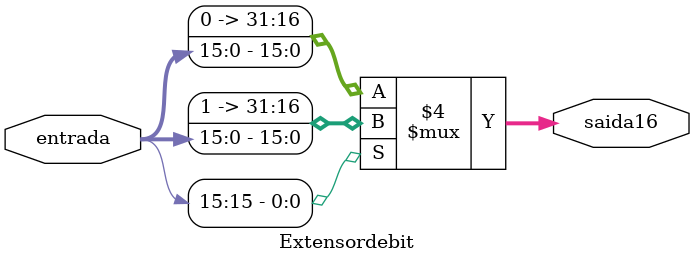
<source format=v>
module Extensordebit(entrada,saida16);

input [15:0] entrada;
output reg [31:0] saida16;

always @(*) begin

	if(entrada[15] == 1'b1) // caso o bit mais significativo do dado for 1 isso quer dizer que é um número negativo
		saida16= {{16{1'b1}}, entrada};
	else 
		saida16 = {{16{1'b0}}, entrada};
end

endmodule
</source>
